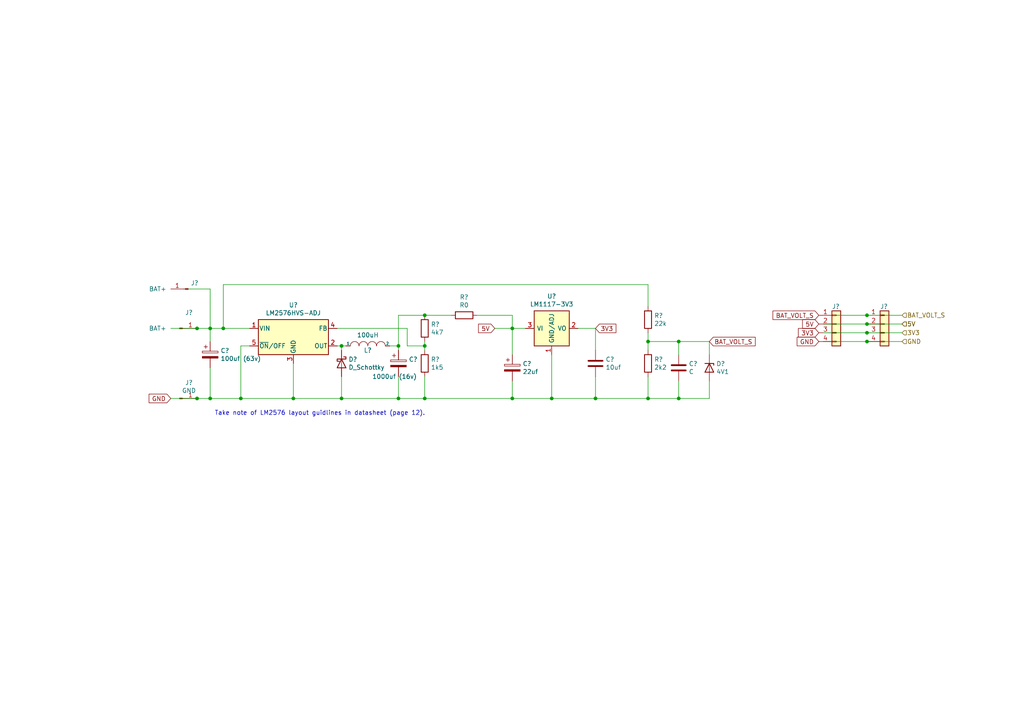
<source format=kicad_sch>
(kicad_sch (version 20211123) (generator eeschema)
  (paper "A4")
  (lib_symbols
    (symbol "Connector:Conn_01x01_Male" (pin_names (offset 1.016) hide)
      (property "Reference" "J" (at 0 2.54 0))
      (property "Value" "Conn_01x01_Male" (at 0 -2.54 0))
      (symbol "Conn_01x01_Male_1_1"
        (polyline (pts (xy 1.27 0) (xy 0.8636 0)) (stroke (width 0.1524)))
        (rectangle (start 0.8636 0.127) (end 0 -0.127) (stroke (width 0.1524)) (fill (type outline)))
        (pin passive line (at 5.08 0 180) (length 3.81) (name "Pin_1") (number "1"))
      )
    )
    (symbol "Connector_Generic:Conn_01x04" (pin_names (offset 1.016) hide)
      (property "Reference" "J" (at 0 5.08 0))
      (property "Value" "Conn_01x04" (at 0 -7.62 0))
      (symbol "Conn_01x04_1_1"
        (rectangle (start -1.27 -4.953) (end 0 -5.207) (stroke (width 0.1524)))
        (rectangle (start -1.27 -2.413) (end 0 -2.667) (stroke (width 0.1524)))
        (rectangle (start -1.27 0.127) (end 0 -0.127) (stroke (width 0.1524)))
        (rectangle (start -1.27 2.667) (end 0 2.413) (stroke (width 0.1524)))
        (rectangle (start -1.27 3.81) (end 1.27 -6.35) (stroke (width 0.254)) (fill (type background)))
        (pin passive line (at -5.08 2.54 0) (length 3.81) (name "Pin_1") (number "1"))
        (pin passive line (at -5.08 0 0) (length 3.81) (name "Pin_2") (number "2"))
        (pin passive line (at -5.08 -2.54 0) (length 3.81) (name "Pin_3") (number "3"))
        (pin passive line (at -5.08 -5.08 0) (length 3.81) (name "Pin_4") (number "4"))
      )
    )
    (symbol "Device:C" (pin_numbers hide) (pin_names (offset 0.254))
      (property "Reference" "C" (at 0.635 2.54 0))
      (property "Value" "C" (at 0.635 -2.54 0))
      (symbol "C_0_1"
        (polyline (pts (xy -2.032 -0.762) (xy 2.032 -0.762)) (stroke (width 0.508)))
        (polyline (pts (xy -2.032 0.762) (xy 2.032 0.762)) (stroke (width 0.508)))
      )
      (symbol "C_1_1"
        (pin passive line (at 0 3.81 270) (length 2.794) (name "~") (number "1"))
        (pin passive line (at 0 -3.81 90) (length 2.794) (name "~") (number "2"))
      )
    )
    (symbol "Device:CP" (pin_numbers hide) (pin_names (offset 0.254))
      (property "Reference" "C" (at 0.635 2.54 0))
      (property "Value" "Device_CP" (at 0.635 -2.54 0))
      (symbol "CP_0_1"
        (rectangle (start -2.286 0.508) (end 2.286 1.016))
        (polyline (pts (xy -1.778 2.286) (xy -0.762 2.286)))
        (polyline (pts (xy -1.27 2.794) (xy -1.27 1.778)))
        (rectangle (start 2.286 -0.508) (end -2.286 -1.016) (fill (type outline)))
      )
      (symbol "CP_1_1"
        (pin passive line (at 0 3.81 270) (length 2.794) (name "~") (number "1"))
        (pin passive line (at 0 -3.81 90) (length 2.794) (name "~") (number "2"))
      )
    )
    (symbol "Device:D_Schottky" (pin_numbers hide) (pin_names (offset 1.016) hide)
      (property "Reference" "D" (at 0 2.54 0))
      (property "Value" "D_Schottky" (at 0 -2.54 0))
      (symbol "D_Schottky_0_1"
        (polyline (pts (xy 1.27 0) (xy -1.27 0)))
        (polyline (pts (xy 1.27 1.27) (xy 1.27 -1.27) (xy -1.27 0) (xy 1.27 1.27)) (stroke (width 0.254)))
        (polyline (pts (xy -1.905 0.635) (xy -1.905 1.27) (xy -1.27 1.27) (xy -1.27 -1.27) (xy -0.635 -1.27) (xy -0.635 -0.635)) (stroke (width 0.254)))
      )
      (symbol "D_Schottky_1_1"
        (pin passive line (at -3.81 0 0) (length 2.54) (name "K") (number "1"))
        (pin passive line (at 3.81 0 180) (length 2.54) (name "A") (number "2"))
      )
    )
    (symbol "Device:D_Zener" (pin_numbers hide) (pin_names (offset 1.016) hide)
      (property "Reference" "D" (at 0 2.54 0))
      (property "Value" "D_Zener" (at 0 -2.54 0))
      (symbol "D_Zener_0_1"
        (polyline (pts (xy 1.27 0) (xy -1.27 0)))
        (polyline (pts (xy -1.27 -1.27) (xy -1.27 1.27) (xy -0.762 1.27)) (stroke (width 0.254)))
        (polyline (pts (xy 1.27 -1.27) (xy 1.27 1.27) (xy -1.27 0) (xy 1.27 -1.27)) (stroke (width 0.254)))
      )
      (symbol "D_Zener_1_1"
        (pin passive line (at -3.81 0 0) (length 2.54) (name "K") (number "1"))
        (pin passive line (at 3.81 0 180) (length 2.54) (name "A") (number "2"))
      )
    )
    (symbol "Device:R" (pin_numbers hide) (pin_names (offset 0))
      (property "Reference" "R" (at 2.032 0 90))
      (property "Value" "R" (at 0 0 90))
      (symbol "R_0_1"
        (rectangle (start -1.016 -2.54) (end 1.016 2.54) (stroke (width 0.254)))
      )
      (symbol "R_1_1"
        (pin passive line (at 0 3.81 270) (length 1.27) (name "~") (number "1"))
        (pin passive line (at 0 -3.81 90) (length 1.27) (name "~") (number "2"))
      )
    )
    (symbol "Regulator_Switching:LM2576HVS-5" (pin_names (offset 0.254))
      (property "Reference" "U" (at -10.16 6.35 0))
      (property "Value" "LM2576HVS-5" (at 0 6.35 0))
      (symbol "LM2576HVS-5_0_1"
        (rectangle (start -10.16 5.08) (end 10.16 -5.08) (stroke (width 0.254)) (fill (type background)))
      )
      (symbol "LM2576HVS-5_1_1"
        (pin power_in line (at -12.7 2.54 0) (length 2.54) (name "VIN") (number "1"))
        (pin output line (at 12.7 -2.54 180) (length 2.54) (name "OUT") (number "2"))
        (pin power_in line (at 0 -7.62 90) (length 2.54) (name "GND") (number "3"))
        (pin input line (at 12.7 2.54 180) (length 2.54) (name "FB") (number "4"))
        (pin input line (at -12.7 -2.54 0) (length 2.54) (name "~{ON}/OFF") (number "5"))
      )
    )
    (symbol "pja_1:LM1117-3V3" (pin_names (offset 0.762))
      (property "Reference" "U" (at 2.54 -6.35 0))
      (property "Value" "pja_1_LM1117-3V3" (at 0 6.35 0))
      (symbol "LM1117-3V3_0_1"
        (rectangle (start -5.08 -5.08) (end 5.08 5.08) (stroke (width 0.254)) (fill (type background)))
      )
      (symbol "LM1117-3V3_1_1"
        (pin power_in line (at 0 -7.62 90) (length 2.54) (name "GND/ADJ") (number "1"))
        (pin power_out line (at 7.62 0 180) (length 2.54) (name "VO") (number "2"))
        (pin power_in line (at -7.62 0 0) (length 2.54) (name "VI") (number "3"))
      )
    )
    (symbol "pspice:INDUCTOR" (pin_numbers hide) (pin_names (offset 0))
      (property "Reference" "L" (at 0 2.54 0))
      (property "Value" "INDUCTOR" (at 0 -1.27 0))
      (symbol "INDUCTOR_0_1"
        (arc (start -2.54 0) (mid -3.81 1.27) (end -5.08 0))
        (arc (start 0 0) (mid -1.27 1.27) (end -2.54 0))
        (arc (start 2.54 0) (mid 1.27 1.27) (end 0 0))
        (arc (start 5.08 0) (mid 3.81 1.27) (end 2.54 0))
      )
      (symbol "INDUCTOR_1_1"
        (pin input line (at -6.35 0 0) (length 1.27) (name "1") (number "1"))
        (pin input line (at 6.35 0 180) (length 1.27) (name "2") (number "2"))
      )
    )
  )
  (junction (at 115.57 115.57))
  (junction (at 251.46 99.06))
  (junction (at 196.85 115.57))
  (junction (at 123.19 91.44))
  (junction (at 251.46 93.98))
  (junction (at 187.96 99.06))
  (junction (at 187.96 115.57))
  (junction (at 115.57 100.33))
  (junction (at 69.85 115.57))
  (junction (at 196.85 99.06))
  (junction (at 60.96 115.57))
  (junction (at 60.96 95.25))
  (junction (at 99.06 115.57))
  (junction (at 251.46 96.52))
  (junction (at 57.15 95.25))
  (junction (at 57.15 115.57))
  (junction (at 251.46 91.44))
  (junction (at 148.59 95.25))
  (junction (at 85.09 115.57))
  (junction (at 64.77 95.25))
  (junction (at 123.19 115.57))
  (junction (at 99.06 100.33))
  (junction (at 123.19 100.33))
  (junction (at 148.59 115.57))
  (junction (at 172.72 115.57))
  (junction (at 160.02 115.57))
  (wire (pts (xy 251.46 96.52) (xy 261.62 96.52)))
  (wire (pts (xy 148.59 115.57) (xy 160.02 115.57)))
  (wire (pts (xy 85.09 115.57) (xy 99.06 115.57)))
  (wire (pts (xy 238.76 99.06) (xy 251.46 99.06)))
  (wire (pts (xy 167.64 95.25) (xy 172.72 95.25)))
  (wire (pts (xy 57.15 95.25) (xy 60.96 95.25)))
  (wire (pts (xy 60.96 115.57) (xy 69.85 115.57)))
  (wire (pts (xy 72.39 95.25) (xy 64.77 95.25)))
  (wire (pts (xy 99.06 100.33) (xy 99.06 101.6)))
  (wire (pts (xy 242.57 91.44) (xy 251.46 91.44)))
  (wire (pts (xy 172.72 109.22) (xy 172.72 115.57)))
  (wire (pts (xy 187.96 109.22) (xy 187.96 115.57)))
  (wire (pts (xy 148.59 110.49) (xy 148.59 115.57)))
  (wire (pts (xy 172.72 95.25) (xy 172.72 101.6)))
  (wire (pts (xy 69.85 115.57) (xy 85.09 115.57)))
  (wire (pts (xy 54.61 83.82) (xy 60.96 83.82)))
  (wire (pts (xy 160.02 115.57) (xy 172.72 115.57)))
  (wire (pts (xy 60.96 95.25) (xy 60.96 99.06)))
  (wire (pts (xy 205.74 110.49) (xy 205.74 115.57)))
  (wire (pts (xy 130.81 91.44) (xy 123.19 91.44)))
  (wire (pts (xy 148.59 91.44) (xy 148.59 95.25)))
  (wire (pts (xy 187.96 99.06) (xy 187.96 101.6)))
  (wire (pts (xy 60.96 83.82) (xy 60.96 95.25)))
  (wire (pts (xy 172.72 115.57) (xy 187.96 115.57)))
  (wire (pts (xy 97.79 100.33) (xy 99.06 100.33)))
  (wire (pts (xy 100.33 100.33) (xy 99.06 100.33)))
  (wire (pts (xy 148.59 91.44) (xy 138.43 91.44)))
  (wire (pts (xy 148.59 95.25) (xy 143.51 95.25)))
  (wire (pts (xy 64.77 82.55) (xy 64.77 95.25)))
  (wire (pts (xy 64.77 95.25) (xy 60.96 95.25)))
  (wire (pts (xy 238.76 96.52) (xy 251.46 96.52)))
  (wire (pts (xy 196.85 99.06) (xy 205.74 99.06)))
  (wire (pts (xy 123.19 100.33) (xy 118.11 100.33)))
  (wire (pts (xy 57.15 95.25) (xy 49.53 95.25)))
  (wire (pts (xy 115.57 100.33) (xy 115.57 101.6)))
  (wire (pts (xy 113.03 100.33) (xy 115.57 100.33)))
  (wire (pts (xy 152.4 95.25) (xy 148.59 95.25)))
  (wire (pts (xy 187.96 96.52) (xy 187.96 99.06)))
  (wire (pts (xy 205.74 99.06) (xy 205.74 102.87)))
  (wire (pts (xy 251.46 99.06) (xy 261.62 99.06)))
  (wire (pts (xy 115.57 100.33) (xy 115.57 91.44)))
  (wire (pts (xy 99.06 109.22) (xy 99.06 115.57)))
  (wire (pts (xy 187.96 82.55) (xy 64.77 82.55)))
  (wire (pts (xy 72.39 100.33) (xy 69.85 100.33)))
  (wire (pts (xy 118.11 100.33) (xy 118.11 95.25)))
  (wire (pts (xy 85.09 105.41) (xy 85.09 115.57)))
  (wire (pts (xy 251.46 93.98) (xy 261.62 93.98)))
  (wire (pts (xy 160.02 102.87) (xy 160.02 115.57)))
  (wire (pts (xy 60.96 106.68) (xy 60.96 115.57)))
  (wire (pts (xy 115.57 91.44) (xy 123.19 91.44)))
  (wire (pts (xy 187.96 82.55) (xy 187.96 88.9)))
  (wire (pts (xy 123.19 100.33) (xy 123.19 99.06)))
  (wire (pts (xy 123.19 115.57) (xy 148.59 115.57)))
  (wire (pts (xy 69.85 100.33) (xy 69.85 115.57)))
  (wire (pts (xy 187.96 115.57) (xy 196.85 115.57)))
  (wire (pts (xy 123.19 101.6) (xy 123.19 100.33)))
  (wire (pts (xy 99.06 115.57) (xy 115.57 115.57)))
  (wire (pts (xy 251.46 91.44) (xy 261.62 91.44)))
  (wire (pts (xy 57.15 115.57) (xy 49.53 115.57)))
  (wire (pts (xy 115.57 109.22) (xy 115.57 115.57)))
  (wire (pts (xy 148.59 102.87) (xy 148.59 95.25)))
  (wire (pts (xy 196.85 102.87) (xy 196.85 99.06)))
  (wire (pts (xy 196.85 110.49) (xy 196.85 115.57)))
  (wire (pts (xy 196.85 115.57) (xy 205.74 115.57)))
  (wire (pts (xy 57.15 115.57) (xy 60.96 115.57)))
  (wire (pts (xy 123.19 115.57) (xy 123.19 109.22)))
  (wire (pts (xy 196.85 99.06) (xy 187.96 99.06)))
  (wire (pts (xy 118.11 95.25) (xy 97.79 95.25)))
  (wire (pts (xy 238.76 93.98) (xy 251.46 93.98)))
  (wire (pts (xy 115.57 115.57) (xy 123.19 115.57)))
  (text "Take note of LM2576 layout guidlines in datasheet (page 12)." (at 62.23 120.65 0) (effects (font (size 1.27 1.27)) (justify left bottom)))
  (global_label "5V" (shape input) (at 143.51 95.25 180) (property "Intersheet References" "${INTERSHEET_REFS}" (at 27.94 -64.77 0)))
  (global_label "BAT_VOLT_S" (shape input) (at 205.74 99.06 0) (property "Intersheet References" "${INTERSHEET_REFS}" (at 218.9499 98.9806 0) (effects (justify left))))
  (global_label "5V" (shape input) (at 237.49 93.98 180) (property "Intersheet References" "${INTERSHEET_REFS}" (at 121.92 -66.04 0)))
  (global_label "BAT_VOLT_S" (shape input) (at 237.49 91.44 180) (property "Intersheet References" "${INTERSHEET_REFS}" (at 224.2801 91.5194 0) (effects (justify right))))
  (global_label "3V3" (shape input) (at 237.49 96.52 180) (property "Intersheet References" "${INTERSHEET_REFS}" (at 382.27 256.54 0)))
  (global_label "GND" (shape input) (at 237.49 99.06 180) (property "Intersheet References" "${INTERSHEET_REFS}" (at 215.9 -81.28 0)))
  (global_label "GND" (shape input) (at 49.53 115.57 180) (property "Intersheet References" "${INTERSHEET_REFS}" (at 27.94 -64.77 0)))
  (global_label "3V3" (shape input) (at 172.72 95.25 0) (property "Intersheet References" "${INTERSHEET_REFS}" (at 27.94 -64.77 0)))
  (hierarchical_label "BAT_VOLT_S" (shape input) (at 261.62 91.44 0))
  (hierarchical_label "5V" (shape input) (at 261.62 93.98 0))
  (hierarchical_label "3V3" (shape input) (at 261.62 96.52 0))
  (hierarchical_label "5V" (shape input) (at 261.62 93.98 0))
  (hierarchical_label "GND" (shape input) (at 261.62 99.06 0))
  (symbol (lib_id "Connector_Generic:Conn_01x04") (at 256.54 93.98 0) (unit 1)
    (property "Reference" "J?" (at 255.27 88.9 0) (effects (justify left)))
    (property "Value" "Conn_01x04" (effects hide))
  )
  (symbol (lib_id "Connector_Generic:Conn_01x04") (at 242.57 93.98 0) (unit 1)
    (property "Reference" "J?" (at 241.3 88.9 0) (effects (justify left)))
    (property "Value" "Conn_01x04" (effects hide))
  )
  (symbol (lib_id "Device:C") (at 196.85 106.68 0) (unit 1)
    (property "Reference" "C?" (at 199.771 105.5116 0) (effects (justify left)))
    (property "Value" "C" (at 199.771 107.823 0) (effects (justify left)))
    (property "Footprint" "Capacitor_SMD:C_0603_1608Metric_Pad1.08x0.95mm_HandSolder" (effects hide))
  )
  (symbol (lib_id "Device:CP") (at 115.57 105.41 0) (unit 1)
    (property "Reference" "C?" (at 118.5672 104.2416 0) (effects (justify left)))
    (property "Value" "1000uf (16v)" (at 107.95 109.22 0) (effects (justify left)))
    (property "Footprint" "Capacitor_THT:CP_Radial_D10.0mm_P5.00mm" (effects hide))
  )
  (symbol (lib_id "Regulator_Switching:LM2576HVS-5") (at 85.09 97.79 0) (unit 1)
    (property "Reference" "U?" (at 85.09 88.4682 0))
    (property "Value" "LM2576HVS-ADJ" (at 85.09 90.7796 0))
    (property "Footprint" "Package_TO_SOT_SMD:TO-263-5_TabPin3" (effects hide))
    (property "Datasheet" "http://www.ti.com/lit/ds/symlink/lm2576.pdf" (effects hide))
  )
  (symbol (lib_id "Device:CP") (at 148.59 106.68 0) (unit 1)
    (property "Reference" "C?" (at 151.5872 105.5116 0) (effects (justify left)))
    (property "Value" "22uf" (at 151.5872 107.823 0) (effects (justify left)))
    (property "Footprint" "Capacitor_Tantalum_SMD:CP_EIA-6032-20_AVX-F_Pad2.25x2.35mm_HandSolder" (effects hide))
  )
  (symbol (lib_id "Device:C") (at 172.72 105.41 0) (unit 1)
    (property "Reference" "C?" (at 175.641 104.2416 0) (effects (justify left)))
    (property "Value" "10uf" (at 175.641 106.553 0) (effects (justify left)))
    (property "Footprint" "Capacitor_SMD:C_1206_3216Metric_Pad1.33x1.80mm_HandSolder" (effects hide))
  )
  (symbol (lib_id "Device:D_Zener") (at 205.74 106.68 270) (unit 1)
    (property "Reference" "D?" (at 207.7466 105.5116 90) (effects (justify left)))
    (property "Value" "4V1" (at 207.7466 107.823 90) (effects (justify left)))
    (property "Footprint" "Diode_SMD:D_MELF_Handsoldering" (effects hide))
  )
  (symbol (lib_id "Connector:Conn_01x01_Male") (at 52.07 95.25 0) (unit 1)
    (property "Reference" "J?" (at 54.8132 90.6526 0))
    (property "Value" "BAT+" (at 45.72 95.25 0))
    (property "Footprint" "MountingHole:MountingHole_3.2mm_M3_Pad_Via" (effects hide))
  )
  (symbol (lib_id "Device:R") (at 134.62 91.44 270) (unit 1)
    (property "Reference" "R?" (at 134.62 86.1822 90))
    (property "Value" "R0" (at 134.62 88.4936 90))
    (property "Footprint" "Resistor_SMD:R_0603_1608Metric_Pad0.98x0.95mm_HandSolder" (effects hide))
  )
  (symbol (lib_id "pspice:INDUCTOR") (at 106.68 100.33 0) (unit 1)
    (property "Reference" "L?" (at 106.68 101.6 0))
    (property "Value" "100uH" (at 106.68 97.1804 0))
    (property "Footprint" "Inductor_SMD:L_Sumida_CDMC6D28_7.25x6.5mm" (effects hide))
  )
  (symbol (lib_id "Connector:Conn_01x01_Male") (at 54.61 83.82 180) (unit 1)
    (property "Reference" "J?" (at 55.3212 82.0928 0) (effects (justify right)))
    (property "Value" "BAT+" (at 43.18 83.82 0) (effects (justify right)))
    (property "Footprint" "MountingHole:MountingHole_3.2mm_M3_Pad_Via" (effects hide))
  )
  (symbol (lib_id "Device:D_Schottky") (at 99.06 105.41 270) (unit 1)
    (property "Reference" "D?" (at 101.0666 104.2416 90) (effects (justify left)))
    (property "Value" "D_Schottky" (at 101.0666 106.553 90) (effects (justify left)))
    (property "Footprint" "PJA_Semiconductors:SS34_DIODE_HANDSOLDER" (effects hide))
  )
  (symbol (lib_id "Connector:Conn_01x01_Male") (at 52.07 115.57 0) (unit 1)
    (property "Reference" "J?" (at 54.8132 110.9726 0))
    (property "Value" "GND" (at 54.8132 113.284 0))
    (property "Footprint" "MountingHole:MountingHole_3.2mm_M3_Pad_Via" (effects hide))
  )
  (symbol (lib_id "Device:R") (at 187.96 105.41 0) (unit 1)
    (property "Reference" "R?" (at 189.738 104.2416 0) (effects (justify left)))
    (property "Value" "2k2" (at 189.738 106.553 0) (effects (justify left)))
    (property "Footprint" "Resistor_SMD:R_0603_1608Metric_Pad0.98x0.95mm_HandSolder" (effects hide))
  )
  (symbol (lib_id "pja_1:LM1117-3V3") (at 160.02 95.25 0) (unit 1)
    (property "Reference" "U?" (at 160.02 85.9282 0))
    (property "Value" "LM1117-3V3" (at 160.02 88.2396 0))
    (property "Footprint" "PJA_From_Eagle:SOT-223" (effects hide))
    (property "Datasheet" "http://www.ti.com/lit/ds/symlink/lm1117.pdf" (effects hide))
  )
  (symbol (lib_id "Device:R") (at 123.19 105.41 0) (unit 1)
    (property "Reference" "R?" (at 124.968 104.2416 0) (effects (justify left)))
    (property "Value" "1k5" (at 124.968 106.553 0) (effects (justify left)))
    (property "Footprint" "Resistor_SMD:R_0603_1608Metric_Pad0.98x0.95mm_HandSolder" (effects hide))
  )
  (symbol (lib_id "Device:R") (at 123.19 95.25 0) (unit 1)
    (property "Reference" "R?" (at 124.968 94.0816 0) (effects (justify left)))
    (property "Value" "4k7" (at 124.968 96.393 0) (effects (justify left)))
    (property "Footprint" "Resistor_SMD:R_0603_1608Metric_Pad0.98x0.95mm_HandSolder" (effects hide))
  )
  (symbol (lib_id "Device:R") (at 187.96 92.71 0) (unit 1)
    (property "Reference" "R?" (at 189.738 91.5416 0) (effects (justify left)))
    (property "Value" "22k" (at 189.738 93.853 0) (effects (justify left)))
    (property "Footprint" "Resistor_SMD:R_0603_1608Metric_Pad0.98x0.95mm_HandSolder" (effects hide))
  )
  (symbol (lib_id "Device:CP") (at 60.96 102.87 0) (unit 1)
    (property "Reference" "C?" (at 63.9572 101.7016 0) (effects (justify left)))
    (property "Value" "100uf (63v)" (at 63.9572 104.013 0) (effects (justify left)))
    (property "Footprint" "Capacitor_THT:CP_Radial_D5.0mm_P2.00mm" (effects hide))
  )
)
</source>
